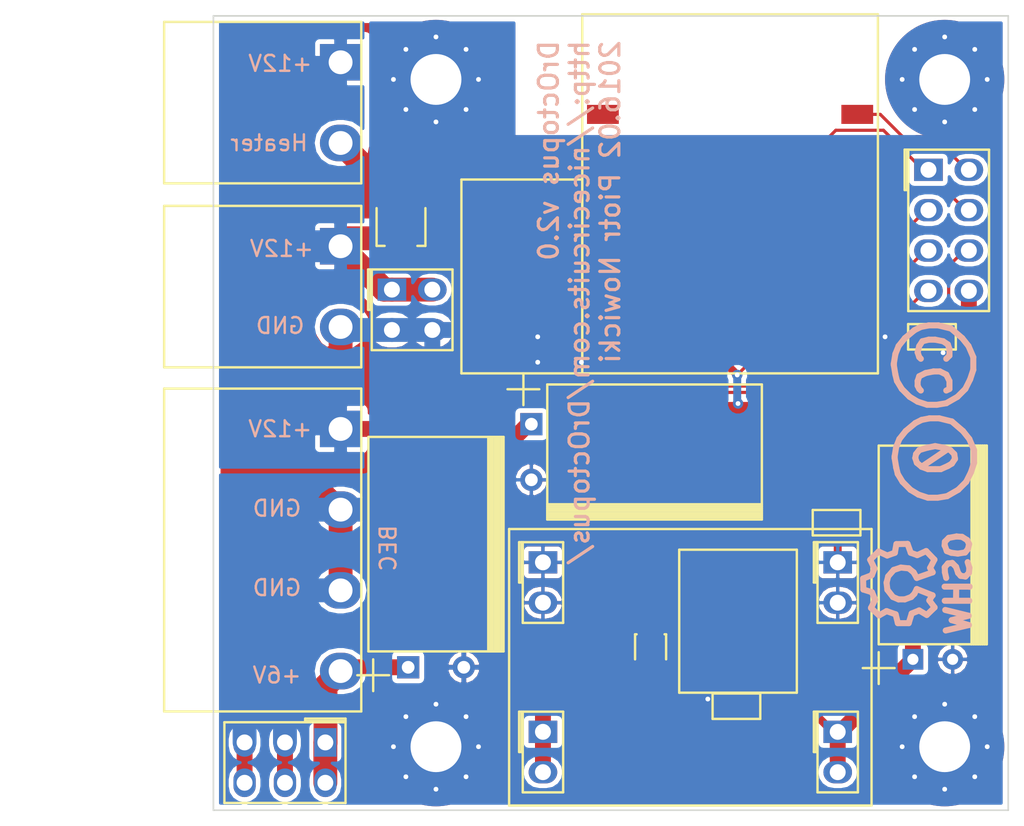
<source format=kicad_pcb>
(kicad_pcb (version 4) (host pcbnew 4.0.0-rc1-stable)
  (layers (0 F.Cu signal) (31 B.Cu signal) (34 B.Paste user hide) (35 F.Paste user hide) (36 B.SilkS user) (37 F.SilkS user) (38 B.Mask user) (39 F.Mask user) (44 Edge.Cuts user))
  (net 0 "")
  (net 1 +5V)
  (net 2 GND)
  (net 3 +6V)
  (net 4 +12V)
  (net 5 +3V3)
  (net 6 /B2B_therm6_sig)
  (net 7 HEATER_OUT)
  (net 8 B2B_esp_en)
  (net 9 B2B_ESP_TxD)
  (net 10 B2B_esp_boot)
  (net 11 B2B_ESP_RxD)
  (net 12 B2B_heater_cmd)
  (module 0603_N (layer F.Cu) (at 95.2 70.2)
    (fp_text reference C6)
    (fp_text value 100n)
    (pad 1 smd rect (at -0.725 0) (size 1 0.95) (layers F.Cu F.Paste F.Mask) (net 6 /B2B_therm6_sig))
    (pad 2 smd rect (at 0.725 0) (size 1 0.95) (layers F.Cu F.Paste F.Mask) (net 2 GND))
  )
  (module niceModules:DcDcDsun3A_5.08N (layer F.Cu) (at 80 91)
    (fp_text reference U1)
    (fp_text value DcDcDsun3A)
    (pad 1 thru_hole rect (at -9.271 4.064) (size 1.8 1.4) (drill 1) (layers *.Cu *.Mask) (net 4 +12V))
    (pad 1 thru_hole oval (at -9.271 6.604) (size 1.8 1.4) (drill 1) (layers *.Cu *.Mask) (net 4 +12V))
    (pad 2 thru_hole rect (at -9.271 -6.604) (size 1.8 1.4) (drill 1) (layers *.Cu *.Mask) (net 2 GND))
    (pad 2 thru_hole oval (at -9.271 -4.064) (size 1.8 1.4) (drill 1) (layers *.Cu *.Mask) (net 2 GND))
    (pad 3 thru_hole rect (at 9.271 4.064) (size 1.8 1.4) (drill 1) (layers *.Cu *.Mask) (net 1 +5V))
    (pad 3 thru_hole oval (at 9.271 6.604) (size 1.8 1.4) (drill 1) (layers *.Cu *.Mask) (net 1 +5V))
    (pad 2 thru_hole rect (at 9.271 -6.604) (size 1.8 1.4) (drill 1) (layers *.Cu *.Mask) (net 2 GND))
    (pad 2 thru_hole oval (at 9.271 -4.064) (size 1.8 1.4) (drill 1) (layers *.Cu *.Mask) (net 2 GND))
  )
  (module 0603_N (layer F.Cu) (at 82.9 93.45 180)
    (fp_text reference C4)
    (fp_text value 100n)
    (pad 1 smd rect (at -0.725 0 180) (size 1 0.95) (layers F.Cu F.Paste F.Mask) (net 1 +5V))
    (pad 2 smd rect (at 0.725 0 180) (size 1 0.95) (layers F.Cu F.Paste F.Mask) (net 2 GND))
  )
  (module Tantal_A_N (layer F.Cu) (at 77.5 90.5 270)
    (fp_text reference C5)
    (fp_text value 22u/6V3)
    (pad 1 smd rect (at -1.1 0 270) (size 1.5 1.25) (layers F.Cu F.Paste F.Mask) (net 5 +3V3))
    (pad 2 smd rect (at 1.1 0 270) (size 1.5 1.25) (layers F.Cu F.Paste F.Mask) (net 2 GND))
  )
  (module PIN-2x3_N (layer F.Cu) (at 54.5 97 270)
    (fp_text reference CON3 hide)
    (fp_text value PIN-2x3 hide)
    (pad 1 thru_hole rect (at -1.27 -2.54 270) (size 1.8 1.4) (drill 1) (layers *.Cu *.Mask) (net 3 +6V))
    (pad 2 thru_hole oval (at 1.27 -2.54 270) (size 1.8 1.4) (drill 1) (layers *.Cu *.Mask) (net 3 +6V))
    (pad 3 thru_hole oval (at -1.27 0 270) (size 1.8 1.4) (drill 1) (layers *.Cu *.Mask) (net 2 GND))
    (pad 4 thru_hole oval (at 1.27 0 270) (size 1.8 1.4) (drill 1) (layers *.Cu *.Mask) (net 2 GND))
    (pad 5 thru_hole oval (at -1.27 2.54 270) (size 1.8 1.4) (drill 1) (layers *.Cu *.Mask) (net 2 GND))
    (pad 6 thru_hole oval (at 1.27 2.54 270) (size 1.8 1.4) (drill 1) (layers *.Cu *.Mask) (net 2 GND))
  )
  (module SMA_N (layer F.Cu) (at 61.8 62.1 90)
    (fp_text reference D1)
    (fp_text value SS14)
    (pad 1 smd rect (at -1.9 0 90) (size 2.1 1.55) (layers F.Cu F.Paste F.Mask) (net 4 +12V))
    (pad 2 smd rect (at 1.9 0 90) (size 2.1 1.55) (layers F.Cu F.Paste F.Mask) (net 7 HEATER_OUT))
  )
  (module nut_M3_DIN985 (layer F.Cu) (at 96 54)
    (fp_text reference MECH1)
    (fp_text value nut)
  )
  (module nut_M3_DIN985 (layer F.Cu) (at 64 54)
    (fp_text reference MECH2)
    (fp_text value nut)
  )
  (module nut_M3_DIN985 (layer F.Cu) (at 64 96)
    (fp_text reference MECH3)
    (fp_text value nut)
  )
  (module nut_M3_DIN985 (layer F.Cu) (at 96 96)
    (fp_text reference MECH4)
    (fp_text value nut)
  )
  (module spacer_M3x5+6 (layer B.Cu) (at 96 96)
    (fp_text reference MECH5)
    (fp_text value spacer_M3x5+6)
  )
  (module spacer_M3x5+6 (layer B.Cu) (at 96 54)
    (fp_text reference MECH6)
    (fp_text value spacer_M3x5+6)
  )
  (module spacer_M3x5+6 (layer B.Cu) (at 64 96)
    (fp_text reference MECH7)
    (fp_text value spacer_M3x5+6)
  )
  (module spacer_M3x5+6 (layer B.Cu) (at 64 54)
    (fp_text reference MECH8)
    (fp_text value spacer_M3x5+6)
  )
  (module mounting_hole_3.2_7.5_plated_vias (layer F.Cu) (at 64 96)
    (fp_text reference MH1)
    (fp_text value "Mounting hole")
    (pad 1 thru_hole circle (at 0 0) (size 7.5 7.5) (drill 3.2) (layers *.Cu *.Mask) (net 2 GND))
    (pad 1 thru_hole circle (at 2.675 0) (size 0.65 0.65) (drill 0.3) (layers *.Cu *.Mask) (net 2 GND))
    (pad 1 thru_hole circle (at 1.892 -1.892) (size 0.65 0.65) (drill 0.3) (layers *.Cu *.Mask) (net 2 GND))
    (pad 1 thru_hole circle (at 0 -2.675) (size 0.65 0.65) (drill 0.3) (layers *.Cu *.Mask) (net 2 GND))
    (pad 1 thru_hole circle (at -1.892 -1.892) (size 0.65 0.65) (drill 0.3) (layers *.Cu *.Mask) (net 2 GND))
    (pad 1 thru_hole circle (at -2.675 0) (size 0.65 0.65) (drill 0.3) (layers *.Cu *.Mask) (net 2 GND))
    (pad 1 thru_hole circle (at -1.892 1.892) (size 0.65 0.65) (drill 0.3) (layers *.Cu *.Mask) (net 2 GND))
    (pad 1 thru_hole circle (at 0 2.675) (size 0.65 0.65) (drill 0.3) (layers *.Cu *.Mask) (net 2 GND))
    (pad 1 thru_hole circle (at 1.892 1.892) (size 0.65 0.65) (drill 0.3) (layers *.Cu *.Mask) (net 2 GND))
  )
  (module mounting_hole_3.2_7.5_plated_vias (layer F.Cu) (at 64 54)
    (fp_text reference MH2)
    (fp_text value "Mounting hole")
    (pad 1 thru_hole circle (at 0 0) (size 7.5 7.5) (drill 3.2) (layers *.Cu *.Mask) (net 2 GND))
    (pad 1 thru_hole circle (at 2.675 0) (size 0.65 0.65) (drill 0.3) (layers *.Cu *.Mask) (net 2 GND))
    (pad 1 thru_hole circle (at 1.892 -1.892) (size 0.65 0.65) (drill 0.3) (layers *.Cu *.Mask) (net 2 GND))
    (pad 1 thru_hole circle (at 0 -2.675) (size 0.65 0.65) (drill 0.3) (layers *.Cu *.Mask) (net 2 GND))
    (pad 1 thru_hole circle (at -1.892 -1.892) (size 0.65 0.65) (drill 0.3) (layers *.Cu *.Mask) (net 2 GND))
    (pad 1 thru_hole circle (at -2.675 0) (size 0.65 0.65) (drill 0.3) (layers *.Cu *.Mask) (net 2 GND))
    (pad 1 thru_hole circle (at -1.892 1.892) (size 0.65 0.65) (drill 0.3) (layers *.Cu *.Mask) (net 2 GND))
    (pad 1 thru_hole circle (at 0 2.675) (size 0.65 0.65) (drill 0.3) (layers *.Cu *.Mask) (net 2 GND))
    (pad 1 thru_hole circle (at 1.892 1.892) (size 0.65 0.65) (drill 0.3) (layers *.Cu *.Mask) (net 2 GND))
  )
  (module mounting_hole_3.2_7.5_plated_vias (layer F.Cu) (at 96 96)
    (fp_text reference MH3)
    (fp_text value "Mounting hole")
    (pad 1 thru_hole circle (at 0 0) (size 7.5 7.5) (drill 3.2) (layers *.Cu *.Mask) (net 2 GND))
    (pad 1 thru_hole circle (at 2.675 0) (size 0.65 0.65) (drill 0.3) (layers *.Cu *.Mask) (net 2 GND))
    (pad 1 thru_hole circle (at 1.892 -1.892) (size 0.65 0.65) (drill 0.3) (layers *.Cu *.Mask) (net 2 GND))
    (pad 1 thru_hole circle (at 0 -2.675) (size 0.65 0.65) (drill 0.3) (layers *.Cu *.Mask) (net 2 GND))
    (pad 1 thru_hole circle (at -1.892 -1.892) (size 0.65 0.65) (drill 0.3) (layers *.Cu *.Mask) (net 2 GND))
    (pad 1 thru_hole circle (at -2.675 0) (size 0.65 0.65) (drill 0.3) (layers *.Cu *.Mask) (net 2 GND))
    (pad 1 thru_hole circle (at -1.892 1.892) (size 0.65 0.65) (drill 0.3) (layers *.Cu *.Mask) (net 2 GND))
    (pad 1 thru_hole circle (at 0 2.675) (size 0.65 0.65) (drill 0.3) (layers *.Cu *.Mask) (net 2 GND))
    (pad 1 thru_hole circle (at 1.892 1.892) (size 0.65 0.65) (drill 0.3) (layers *.Cu *.Mask) (net 2 GND))
  )
  (module mounting_hole_3.2_7.5_plated_vias (layer F.Cu) (at 96 54)
    (fp_text reference MH4)
    (fp_text value "Mounting hole")
    (pad 1 thru_hole circle (at 0 0) (size 7.5 7.5) (drill 3.2) (layers *.Cu *.Mask) (net 2 GND))
    (pad 1 thru_hole circle (at 2.675 0) (size 0.65 0.65) (drill 0.3) (layers *.Cu *.Mask) (net 2 GND))
    (pad 1 thru_hole circle (at 1.892 -1.892) (size 0.65 0.65) (drill 0.3) (layers *.Cu *.Mask) (net 2 GND))
    (pad 1 thru_hole circle (at 0 -2.675) (size 0.65 0.65) (drill 0.3) (layers *.Cu *.Mask) (net 2 GND))
    (pad 1 thru_hole circle (at -1.892 -1.892) (size 0.65 0.65) (drill 0.3) (layers *.Cu *.Mask) (net 2 GND))
    (pad 1 thru_hole circle (at -2.675 0) (size 0.65 0.65) (drill 0.3) (layers *.Cu *.Mask) (net 2 GND))
    (pad 1 thru_hole circle (at -1.892 1.892) (size 0.65 0.65) (drill 0.3) (layers *.Cu *.Mask) (net 2 GND))
    (pad 1 thru_hole circle (at 0 2.675) (size 0.65 0.65) (drill 0.3) (layers *.Cu *.Mask) (net 2 GND))
    (pad 1 thru_hole circle (at 1.892 1.892) (size 0.65 0.65) (drill 0.3) (layers *.Cu *.Mask) (net 2 GND))
  )
  (module D-PAK_N (layer F.Cu) (at 69.4 65.9)
    (fp_text reference U4)
    (fp_text value BTS142D)
    (pad 2 smd rect (at 0 -1.8) (size 7 7) (layers F.Cu F.Paste F.Mask) (net 7 HEATER_OUT))
    (pad 1 smd rect (at -2.3 5.1) (size 1.5 2.5) (layers F.Cu F.Paste F.Mask) (net 12 B2B_heater_cmd))
    (pad 3 smd rect (at 2.3 5.1) (size 1.5 2.5) (layers F.Cu F.Paste F.Mask) (net 2 GND))
  )
  (module SOT223_N (layer F.Cu) (at 83 88.1)
    (fp_text reference U2)
    (fp_text value AMS1117-3.3)
    (pad 2 smd rect (at 0 -3.1) (size 3.7 2.2) (layers F.Cu F.Paste F.Mask) (net 5 +3V3))
    (pad 1 smd rect (at -2.3 3.1) (size 1.4 2.2) (layers F.Cu F.Paste F.Mask) (net 2 GND))
    (pad 2 smd rect (at 0 3.1) (size 1.4 2.2) (layers F.Cu F.Paste F.Mask) (net 5 +3V3))
    (pad 3 smd rect (at 2.3 3.1) (size 1.4 2.2) (layers F.Cu F.Paste F.Mask) (net 1 +5V))
  )
  (module ESP-07_N (layer F.Cu) (at 82.5 61.2 90)
    (fp_text reference U3)
    (fp_text value ESP-07)
    (pad 1 smd rect (at -9 8 90) (size 1.2 2) (layers F.Cu F.Paste F.Mask) (net 2 GND))
    (pad 2 smd rect (at -7 8 90) (size 1.2 2) (layers F.Cu F.Paste F.Mask) (net 10 B2B_esp_boot))
    (pad 3 smd rect (at -5 8 90) (size 1.2 2) (layers F.Cu F.Paste F.Mask) (net 5 +3V3))
    (pad 4 smd rect (at -3 8 90) (size 1.2 2) (layers F.Cu F.Paste F.Mask))
    (pad 5 smd rect (at -1 8 90) (size 1.2 2) (layers F.Cu F.Paste F.Mask))
    (pad 6 smd rect (at 1 8 90) (size 1.2 2) (layers F.Cu F.Paste F.Mask))
    (pad 7 smd rect (at 3 8 90) (size 1.2 2) (layers F.Cu F.Paste F.Mask) (net 11 B2B_ESP_RxD))
    (pad 8 smd rect (at 5 8 90) (size 1.2 2) (layers F.Cu F.Paste F.Mask) (net 9 B2B_ESP_TxD))
    (pad 9 smd rect (at 5 -8 270) (size 1.2 2) (layers F.Cu F.Paste F.Mask))
    (pad 10 smd rect (at 3 -8 270) (size 1.2 2) (layers F.Cu F.Paste F.Mask))
    (pad 11 smd rect (at 1 -8 270) (size 1.2 2) (layers F.Cu F.Paste F.Mask) (net 8 B2B_esp_en))
    (pad 12 smd rect (at -1 -8 270) (size 1.2 2) (layers F.Cu F.Paste F.Mask))
    (pad 13 smd rect (at -3 -8 270) (size 1.2 2) (layers F.Cu F.Paste F.Mask))
    (pad 14 smd rect (at -5 -8 270) (size 1.2 2) (layers F.Cu F.Paste F.Mask))
    (pad 15 smd rect (at -7 -8 270) (size 1.2 2) (layers F.Cu F.Paste F.Mask))
    (pad 16 smd rect (at -9 -8 270) (size 1.2 2) (layers F.Cu F.Paste F.Mask) (net 5 +3V3))
  )
  (module niceRLC:Cpol_8.0_12.0_HR_N (layer F.Cu) (at 64 91)
    (fp_text reference C2)
    (fp_text value 470u/16V)
    (pad 1 thru_hole rect (at -1.75 0) (size 1.4 1.4) (drill 0.8) (layers *.Cu *.Mask) (net 3 +6V))
    (pad 2 thru_hole oval (at 1.75 0) (size 1.4 1.4) (drill 0.8) (layers *.Cu *.Mask) (net 2 GND))
  )
  (module niceRLC:Cpol_8.0_12.0_HR_N (layer F.Cu) (at 70 77.45 270)
    (fp_text reference C1)
    (fp_text value 470u/16V)
    (pad 1 thru_hole rect (at -1.75 0 270) (size 1.4 1.4) (drill 0.8) (layers *.Cu *.Mask) (net 4 +12V))
    (pad 2 thru_hole oval (at 1.75 0 270) (size 1.4 1.4) (drill 0.8) (layers *.Cu *.Mask) (net 2 GND))
  )
  (module niceRLC:Cpol_6.3_11.0_HR_N (layer F.Cu) (at 95.25 90.5)
    (fp_text reference C3)
    (fp_text value 100u/25V)
    (pad 1 thru_hole rect (at -1.25 0) (size 1.3 1.3) (drill 0.7) (layers *.Cu *.Mask) (net 1 +5V))
    (pad 2 thru_hole oval (at 1.25 0) (size 1.3 1.3) (drill 0.7) (layers *.Cu *.Mask) (net 2 GND))
  )
  (module PIN-2x2_N (layer F.Cu) (at 62.5 68.5)
    (fp_text reference CON5 hide)
    (fp_text value PIN-2x2 hide)
    (pad 1 thru_hole rect (at -1.27 -1.27) (size 1.8 1.4) (drill 1) (layers *.Cu *.Mask) (net 4 +12V))
    (pad 2 thru_hole oval (at 1.27 -1.27) (size 1.8 1.4) (drill 1) (layers *.Cu *.Mask) (net 4 +12V))
    (pad 3 thru_hole oval (at -1.27 1.27) (size 1.8 1.4) (drill 1) (layers *.Cu *.Mask) (net 2 GND) (thermal_gap 0.5))
    (pad 4 thru_hole oval (at 1.27 1.27) (size 1.8 1.4) (drill 1) (layers *.Cu *.Mask) (net 2 GND) (thermal_gap 0.5))
  )
  (module nicePinheaders:PIN-2x4_N (layer F.Cu) (at 96.25 63.5)
    (fp_text reference CON6 hide)
    (fp_text value PIN-2x4 hide)
    (pad 1 thru_hole rect (at -1.27 -3.81) (size 1.8 1.4) (drill 1) (layers *.Cu *.Mask) (net 8 B2B_esp_en))
    (pad 2 thru_hole oval (at 1.27 -3.81) (size 1.8 1.4) (drill 1) (layers *.Cu *.Mask) (net 9 B2B_ESP_TxD))
    (pad 3 thru_hole oval (at -1.27 -1.27) (size 1.8 1.4) (drill 1) (layers *.Cu *.Mask) (net 10 B2B_esp_boot))
    (pad 4 thru_hole oval (at 1.27 -1.27) (size 1.8 1.4) (drill 1) (layers *.Cu *.Mask) (net 11 B2B_ESP_RxD))
    (pad 5 thru_hole oval (at -1.27 1.27) (size 1.8 1.4) (drill 1) (layers *.Cu *.Mask) (net 12 B2B_heater_cmd))
    (pad 6 thru_hole oval (at 1.27 1.27) (size 1.8 1.4) (drill 1) (layers *.Cu *.Mask) (net 6 /B2B_therm6_sig))
    (pad 7 thru_hole oval (at -1.27 3.81) (size 1.8 1.4) (drill 1) (layers *.Cu *.Mask) (net 7 HEATER_OUT))
    (pad 8 thru_hole oval (at 1.27 3.81) (size 1.8 1.4) (drill 1) (layers *.Cu *.Mask) (net 1 +5V))
  )
  (module 0603_N (layer F.Cu) (at 89.2 81.9 180)
    (fp_text reference Th1)
    (fp_text value "10k NTC")
    (pad 1 smd rect (at -0.725 0 180) (size 1 0.95) (layers F.Cu F.Paste F.Mask) (net 2 GND))
    (pad 2 smd rect (at 0.725 0 180) (size 1 0.95) (layers F.Cu F.Paste F.Mask) (net 6 /B2B_therm6_sig))
  )
  (module EDG-5.08mm-2_N (layer F.Cu) (at 58 67.04)
    (fp_text reference CON1 hide)
    (fp_text value +12V (at -3.7 -2.39) (layer B.SilkS) (effects (font (thickness 0.152)) (justify mirror)))
    (pad 1 thru_hole rect (at 0 -2.54) (size 2.6 2.3) (drill 1.5) (layers *.Cu *.Mask) (net 4 +12V))
    (pad 2 thru_hole oval (at 0 2.54) (size 2.6 2.3) (drill 1.5) (layers *.Cu *.Mask) (net 2 GND))
  )
  (module EDG-5.08mm-4_N (layer F.Cu) (at 58 83.62)
    (fp_text reference CON2 hide)
    (fp_text value BEC (at 3 -0.12 90) (layer B.SilkS) (effects (font (thickness 0.152)) (justify mirror)))
    (pad 1 thru_hole rect (at 0 -7.62) (size 2.6 2.3) (drill 1.5) (layers *.Cu *.Mask) (net 4 +12V))
    (pad 2 thru_hole oval (at 0 -2.54) (size 2.6 2.3) (drill 1.5) (layers *.Cu *.Mask) (net 2 GND))
    (pad 3 thru_hole oval (at 0 2.54) (size 2.6 2.3) (drill 1.5) (layers *.Cu *.Mask) (net 2 GND))
    (pad 4 thru_hole oval (at 0 7.62) (size 2.6 2.3) (drill 1.5) (layers *.Cu *.Mask) (net 3 +6V))
  )
  (module EDG-5.08mm-2_N (layer F.Cu) (at 58 55.46)
    (fp_text reference CON4 hide)
    (fp_text value Heater (at -4.5 2.54 180) (layer B.SilkS) (effects (font (thickness 0.152)) (justify mirror)))
    (pad 1 thru_hole rect (at 0 -2.54) (size 2.6 2.3) (drill 1.5) (layers *.Cu *.Mask) (net 4 +12V))
    (pad 2 thru_hole oval (at 0 2.54) (size 2.6 2.3) (drill 1.5) (layers *.Cu *.Mask) (net 7 HEATER_OUT))
  )
  (module symbols:Symbol_CreativeCommonsPublicDomain_SilkScreenTop_SmallMinimum (layer B.Cu) (at 95.25 74.93 270)
    (fp_text reference Sym hide)
    (fp_text value Symbol_CreativeCommonsPublicDomain_SilkScreenTop_Small hide)
  )
  (module symbols:Symbol_OSHW-Logo_SilkScreen (layer B.Cu) (at 93.345 85.725 270)
    (fp_text reference SYM hide)
    (fp_text value Symbol_OSHW-Logo_SilkScreen_07Jul2012 hide)
  )
  (gr_text "DrOctopus v2.0\nhttp://nicecircuits.com/DrOctopus/\n2016.02 Piotr Nowicki" (at 73.025 51.435 90) (layer B.SilkS) (effects (font (size 1.2 1.2) (thickness 0.2)) (justify left mirror)))
  (gr_text +6V (at 54 91.5) (layer B.SilkS) (effects (font (size 1 1) (thickness 0.152)) (justify mirror)))
  (gr_text +12V (at 54.2 76) (layer B.SilkS) (effects (font (size 1 1) (thickness 0.152)) (justify mirror)))
  (gr_text GND (at 54 86) (layer B.SilkS) (effects (font (size 1 1) (thickness 0.152)) (justify mirror)))
  (gr_text GND (at 54 81) (layer B.SilkS) (effects (font (size 1 1) (thickness 0.152)) (justify mirror)))
  (gr_text +12V (at 54.2 53) (layer B.SilkS) (effects (font (size 1 1) (thickness 0.152)) (justify mirror)))
  (gr_text GND (at 54.2 69.5) (layer B.SilkS) (effects (font (size 1 1) (thickness 0.152)) (justify mirror)))
  (gr_line (start 50 100) (end 50 50) (layer Edge.Cuts) (width 0.1))
  (gr_line (start 100 100) (end 50 100) (layer Edge.Cuts) (width 0.1))
  (gr_line (start 100 50) (end 100 100) (layer Edge.Cuts) (width 0.1))
  (gr_line (start 50 50) (end 100 50) (angle 90) (layer Edge.Cuts) (width 0.1))
  (segment (start 94 90.5) (end 94 79.7) (width 1) (layer F.Cu) (net 1))
  (segment (start 94 79.7) (end 97.52 76.18) (width 1) (layer F.Cu) (net 1))
  (segment (start 97.52 76.18) (end 97.52 69.422478) (width 1) (layer F.Cu) (net 1))
  (segment (start 97.52 69.422478) (end 97.52 67.31) (width 1) (layer F.Cu) (net 1))
  (segment (start 89.271 95.064) (end 89.436 95.064) (width 1) (layer F.Cu) (net 1))
  (segment (start 89.436 95.064) (end 94 90.5) (width 1) (layer F.Cu) (net 1))
  (segment (start 89.271 97.604) (end 89.271 95.064) (width 1) (layer F.Cu) (net 1))
  (segment (start 83.625 93.45) (end 83.625 93.375) (width 0.3) (layer F.Cu) (net 1))
  (segment (start 83.625 93.375) (end 85.3 91.7) (width 0.3) (layer F.Cu) (net 1))
  (segment (start 85.3 91.7) (end 85.3 91.2) (width 0.3) (layer F.Cu) (net 1))
  (segment (start 85.3 91.2) (end 85.3 91.4) (width 0.5) (layer F.Cu) (net 1))
  (segment (start 85.3 91.4) (end 88.964 95.064) (width 0.5) (layer F.Cu) (net 1))
  (segment (start 88.964 95.064) (end 89.271 95.064) (width 0.5) (layer F.Cu) (net 1))
  (segment (start 95.925 70.2) (end 95.925 71.175) (width 0.2) (layer F.Cu) (net 2))
  (segment (start 95.925 71.175) (end 95.9 71.2) (width 0.2) (layer F.Cu) (net 2))
  (via (at 95.9 71.2) (size 0.65) (drill 0.3) (layers F.Cu B.Cu) (net 2))
  (segment (start 89.7 83.1) (end 89.925 82.875) (width 0.5) (layer F.Cu) (net 2))
  (segment (start 89.367 83.1) (end 89.7 83.1) (width 0.5) (layer F.Cu) (net 2))
  (segment (start 89.271 83.196) (end 89.367 83.1) (width 0.5) (layer F.Cu) (net 2))
  (segment (start 89.925 82.875) (end 89.925 81.9) (width 0.5) (layer F.Cu) (net 2))
  (segment (start 89.271 84.396) (end 89.271 83.196) (width 0.5) (layer F.Cu) (net 2))
  (segment (start 55 89.01) (end 55 88.309294) (width 1) (layer F.Cu) (net 2))
  (segment (start 51.96 95.73) (end 51.96 93.83) (width 1) (layer F.Cu) (net 2))
  (segment (start 55 88.309294) (end 55 78.23) (width 1) (layer F.Cu) (net 2))
  (segment (start 51.96 93.83) (end 55 90.79) (width 1) (layer F.Cu) (net 2))
  (segment (start 55 90.79) (end 55 88.309294) (width 1) (layer F.Cu) (net 2))
  (segment (start 51.96 98.27) (end 51.96 95.73) (width 1) (layer F.Cu) (net 2))
  (segment (start 54.5 95.73) (end 54.5 89.51) (width 1) (layer F.Cu) (net 2))
  (segment (start 54.5 89.51) (end 55 89.01) (width 1) (layer F.Cu) (net 2))
  (segment (start 54.5 98.27) (end 54.5 95.73) (width 1) (layer F.Cu) (net 2))
  (segment (start 58 81.08) (end 58 86.16) (width 1.5) (layer F.Cu) (net 2))
  (segment (start 55 74) (end 55 78.23) (width 1.5) (layer F.Cu) (net 2))
  (segment (start 55 78.23) (end 57.85 81.08) (width 1.5) (layer F.Cu) (net 2))
  (segment (start 57.85 81.08) (end 58 81.08) (width 1.5) (layer F.Cu) (net 2))
  (segment (start 57.5 71.5) (end 55 74) (width 1.5) (layer F.Cu) (net 2))
  (segment (start 58 71.5) (end 57.5 71.5) (width 1.5) (layer F.Cu) (net 2))
  (segment (start 58 69.58) (end 58 71.5) (width 1.5) (layer F.Cu) (net 2))
  (segment (start 63.77 69.77) (end 65.77 69.77) (width 1) (layer B.Cu) (net 2))
  (segment (start 63.77 69.77) (end 63.77 71.47) (width 1) (layer B.Cu) (net 2))
  (segment (start 63.77 71.47) (end 63.8 71.5) (width 1) (layer B.Cu) (net 2))
  (segment (start 71.7 71) (end 71.7 71.75) (width 1) (layer F.Cu) (net 2))
  (segment (start 71.7 71.75) (end 71.75 71.75) (width 1) (layer F.Cu) (net 2))
  (segment (start 71.75 71.75) (end 71.7 71.8) (width 1) (layer F.Cu) (net 2))
  (segment (start 71.7 71.8) (end 73.15 71.8) (width 1) (layer F.Cu) (net 2))
  (via (at 73.15 71.8) (size 0.65) (drill 0.3) (layers F.Cu B.Cu) (net 2))
  (segment (start 71.7 71.75) (end 71.75 71.8) (width 1) (layer F.Cu) (net 2))
  (segment (start 71.75 71.8) (end 70.4 71.8) (width 1) (layer F.Cu) (net 2))
  (via (at 70.4 71.8) (size 0.65) (drill 0.3) (layers F.Cu B.Cu) (net 2))
  (segment (start 71.7 71) (end 71.7 70.25) (width 1) (layer F.Cu) (net 2))
  (segment (start 71.7 70.25) (end 71.65 70.2) (width 1) (layer F.Cu) (net 2))
  (segment (start 71.65 70.2) (end 70.4 70.2) (width 1) (layer F.Cu) (net 2))
  (via (at 70.4 70.2) (size 0.65) (drill 0.3) (layers F.Cu B.Cu) (net 2))
  (segment (start 61.23 81.02) (end 61.17 81.08) (width 1.5) (layer B.Cu) (net 2))
  (segment (start 61.17 81.08) (end 58 81.08) (width 1.5) (layer B.Cu) (net 2))
  (segment (start 54.5 85.946592) (end 54.5 87.899301) (width 1.5) (layer B.Cu) (net 2))
  (segment (start 54.5 87.899301) (end 54.5 95.73) (width 1.5) (layer B.Cu) (net 2))
  (segment (start 51.96 95.73) (end 51.96 93.33) (width 1.5) (layer B.Cu) (net 2))
  (segment (start 51.96 93.33) (end 54.5 90.79) (width 1.5) (layer B.Cu) (net 2))
  (segment (start 54.5 90.79) (end 54.5 87.899301) (width 1.5) (layer B.Cu) (net 2))
  (segment (start 58 81.08) (end 54.62 81.08) (width 1.5) (layer B.Cu) (net 2))
  (segment (start 54.62 81.08) (end 54.5 81.2) (width 1.5) (layer B.Cu) (net 2))
  (segment (start 54.5 81.2) (end 54.5 85.946592) (width 1.5) (layer B.Cu) (net 2))
  (segment (start 58 86.16) (end 54.713408 86.16) (width 1.5) (layer B.Cu) (net 2))
  (segment (start 54.713408 86.16) (end 54.5 85.946592) (width 1.5) (layer B.Cu) (net 2))
  (segment (start 61.23 69.77) (end 58.19 69.77) (width 1.5) (layer B.Cu) (net 2))
  (segment (start 58.19 69.77) (end 58 69.58) (width 1.5) (layer B.Cu) (net 2))
  (segment (start 63.77 69.77) (end 61.23 69.77) (width 1.5) (layer B.Cu) (net 2))
  (segment (start 77.5 91.6) (end 80.3 91.6) (width 0.3) (layer F.Cu) (net 2))
  (segment (start 80.3 91.6) (end 80.7 91.2) (width 0.3) (layer F.Cu) (net 2))
  (segment (start 82.175 93.45) (end 82.175 93.325) (width 0.3) (layer F.Cu) (net 2))
  (segment (start 82.175 93.325) (end 82 93.15) (width 0.3) (layer F.Cu) (net 2))
  (segment (start 82 93.15) (end 81.25 93.15) (width 0.3) (layer F.Cu) (net 2))
  (segment (start 81.25 93.15) (end 81.1 93) (width 0.3) (layer F.Cu) (net 2))
  (segment (start 80.7 91.2) (end 80.7 92.6) (width 0.3) (layer F.Cu) (net 2))
  (segment (start 80.7 92.6) (end 81.1 93) (width 0.3) (layer F.Cu) (net 2))
  (via (at 81.1 93) (size 0.65) (drill 0.3) (layers F.Cu B.Cu) (net 2))
  (segment (start 90.5 70.2) (end 92.25 70.2) (width 0.5) (layer F.Cu) (net 2))
  (via (at 92.25 70.2) (size 0.65) (drill 0.3) (layers F.Cu B.Cu) (net 2))
  (segment (start 65.875 55.875) (end 64 54) (width 0.2) (layer F.Cu) (net 2))
  (segment (start 61.73 51.73) (end 64 54) (width 0.2) (layer B.Cu) (net 2))
  (segment (start 64 54) (end 61.3 54) (width 0.2) (layer B.Cu) (net 2))
  (segment (start 64 54) (end 62.108 55.892) (width 0.5) (layer B.Cu) (net 2))
  (segment (start 64 54) (end 64 56.675) (width 0.5) (layer B.Cu) (net 2))
  (segment (start 64 54) (end 62.108 52.108) (width 0.5) (layer B.Cu) (net 2))
  (segment (start 64 54) (end 64 51.325) (width 0.5) (layer B.Cu) (net 2))
  (segment (start 64 54) (end 65.892 52.108) (width 0.5) (layer B.Cu) (net 2))
  (segment (start 64 54) (end 66.675 54) (width 0.5) (layer B.Cu) (net 2))
  (segment (start 58 91.24) (end 57.05 92.19) (width 1.5) (layer F.Cu) (net 3))
  (segment (start 57.05 92.19) (end 57.05 95.72) (width 1.5) (layer F.Cu) (net 3))
  (segment (start 57.05 95.72) (end 57.04 95.73) (width 1.5) (layer F.Cu) (net 3))
  (segment (start 62.25 91) (end 58.24 91) (width 1) (layer F.Cu) (net 3))
  (segment (start 58.24 91) (end 58 91.24) (width 1.5) (layer F.Cu) (net 3))
  (segment (start 57.04 95.73) (end 57.04 98.27) (width 1.5) (layer F.Cu) (net 3))
  (segment (start 70 75.7) (end 69.8 75.7) (width 1) (layer F.Cu) (net 4))
  (segment (start 69.8 75.7) (end 68 77.5) (width 1) (layer F.Cu) (net 4))
  (segment (start 68 77.5) (end 68 77.75) (width 1) (layer F.Cu) (net 4))
  (segment (start 58 76) (end 66.25 76) (width 1) (layer F.Cu) (net 4))
  (segment (start 66.25 76) (end 68 77.75) (width 1) (layer F.Cu) (net 4))
  (segment (start 70.729 95.064) (end 70.729 93.364) (width 1) (layer F.Cu) (net 4))
  (segment (start 70.729 93.364) (end 68 90.635) (width 1) (layer F.Cu) (net 4))
  (segment (start 68 90.635) (end 68 77.75) (width 1) (layer F.Cu) (net 4))
  (segment (start 70.729 97.604) (end 70.729 95.064) (width 1) (layer F.Cu) (net 4))
  (segment (start 61.8 64) (end 58.5 64) (width 1.5) (layer F.Cu) (net 4))
  (segment (start 58.5 64) (end 58 64.5) (width 1.5) (layer F.Cu) (net 4))
  (segment (start 61.23 67.23) (end 60.73 67.23) (width 1.5) (layer F.Cu) (net 4))
  (segment (start 60.73 67.23) (end 58 64.5) (width 1.5) (layer F.Cu) (net 4))
  (segment (start 63.77 67.23) (end 61.23 67.23) (width 1.5) (layer F.Cu) (net 4))
  (segment (start 54.7 72.85) (end 54.7 64.160521) (width 2) (layer B.Cu) (net 4))
  (segment (start 54.7 64.160521) (end 54.7 56.07) (width 2) (layer B.Cu) (net 4))
  (segment (start 58 64.5) (end 55.039479 64.5) (width 2) (layer B.Cu) (net 4))
  (segment (start 55.039479 64.5) (end 54.7 64.160521) (width 2) (layer B.Cu) (net 4))
  (segment (start 58 76) (end 57.85 76) (width 2) (layer B.Cu) (net 4))
  (segment (start 57.85 76) (end 54.7 72.85) (width 2) (layer B.Cu) (net 4))
  (segment (start 54.7 56.07) (end 57.85 52.92) (width 2) (layer B.Cu) (net 4))
  (segment (start 57.85 52.92) (end 58 52.92) (width 2) (layer B.Cu) (net 4))
  (segment (start 82.95 74.35) (end 83 74.4) (width 0.5) (layer B.Cu) (net 5))
  (segment (start 82.95 72.6) (end 82.95 74.35) (width 0.5) (layer B.Cu) (net 5))
  (segment (start 83 85) (end 83 74.4) (width 0.5) (layer F.Cu) (net 5))
  (via (at 83 74.4) (size 0.65) (drill 0.3) (layers F.Cu B.Cu) (net 5))
  (segment (start 83 85) (end 83 74.85241) (width 1) (layer F.Cu) (net 5))
  (segment (start 83 74.85241) (end 82.95 74.80241) (width 1) (layer F.Cu) (net 5))
  (segment (start 83 91.2) (end 83 85) (width 1) (layer F.Cu) (net 5))
  (segment (start 82.95 72.6) (end 89.35 66.2) (width 0.2) (layer F.Cu) (net 5))
  (segment (start 89.35 66.2) (end 90.5 66.2) (width 0.2) (layer F.Cu) (net 5))
  (segment (start 82.95 72.6) (end 80.55 70.2) (width 0.5) (layer F.Cu) (net 5))
  (segment (start 80.55 70.2) (end 74.5 70.2) (width 0.5) (layer F.Cu) (net 5))
  (via (at 82.95 72.6) (size 0.65) (drill 0.3) (layers F.Cu B.Cu) (net 5))
  (segment (start 83 89.4) (end 83 85) (width 0.5) (layer F.Cu) (net 5))
  (segment (start 83 91.2) (end 83 89.4) (width 0.5) (layer F.Cu) (net 5))
  (segment (start 77.5 89.4) (end 83 89.4) (width 0.3) (layer F.Cu) (net 5))
  (segment (start 94.475 70.2) (end 94.475 71.425) (width 0.2) (layer F.Cu) (net 6))
  (segment (start 94.475 71.425) (end 88.475 77.425) (width 0.2) (layer F.Cu) (net 6))
  (segment (start 88.475 77.425) (end 88.475 81.9) (width 0.2) (layer F.Cu) (net 6))
  (segment (start 95.633542 68.466458) (end 96.25 67.85) (width 0.2) (layer F.Cu) (net 6))
  (segment (start 96.25 67.574039) (end 96.25 65.75) (width 0.2) (layer F.Cu) (net 6))
  (segment (start 96.25 67.85) (end 96.25 67.574039) (width 0.2) (layer F.Cu) (net 6))
  (segment (start 95.633542 68.466458) (end 94.475 69.625) (width 0.2) (layer F.Cu) (net 6))
  (segment (start 94.475 69.625) (end 94.475 70.2) (width 0.2) (layer F.Cu) (net 6))
  (segment (start 96.25 65.75) (end 97.23 64.77) (width 0.2) (layer F.Cu) (net 6))
  (segment (start 97.23 64.77) (end 97.52 64.77) (width 0.2) (layer F.Cu) (net 6))
  (segment (start 92.990186 72.159814) (end 91.45 73.7) (width 0.2) (layer F.Cu) (net 7))
  (segment (start 91.45 73.7) (end 67 73.7) (width 0.2) (layer F.Cu) (net 7))
  (segment (start 67 73.7) (end 65.7 72.4) (width 0.2) (layer F.Cu) (net 7))
  (segment (start 65.7 72.4) (end 65.7 67.8) (width 0.2) (layer F.Cu) (net 7))
  (segment (start 65.7 67.8) (end 69.4 64.1) (width 0.2) (layer F.Cu) (net 7))
  (segment (start 61.8 60.2) (end 65.5 60.2) (width 1.5) (layer F.Cu) (net 7))
  (segment (start 65.5 60.2) (end 69.4 64.1) (width 1.5) (layer F.Cu) (net 7))
  (segment (start 61.8 60.2) (end 60.2 60.2) (width 1.5) (layer F.Cu) (net 7))
  (segment (start 60.2 60.2) (end 58 58) (width 1.5) (layer F.Cu) (net 7))
  (segment (start 92.990186 72.159814) (end 92.9 72.25) (width 0.2) (layer F.Cu) (net 7))
  (segment (start 93.6 71.55) (end 92.990186 72.159814) (width 0.2) (layer F.Cu) (net 7))
  (segment (start 93.6 68.49) (end 93.6 71.55) (width 0.2) (layer F.Cu) (net 7))
  (segment (start 94.98 67.31) (end 94.78 67.31) (width 0.2) (layer F.Cu) (net 7))
  (segment (start 94.78 67.31) (end 93.6 68.49) (width 0.2) (layer F.Cu) (net 7))
  (segment (start 94.98 59.69) (end 94.64 59.69) (width 0.2) (layer F.Cu) (net 8))
  (segment (start 94.64 59.69) (end 92.15 57.2) (width 0.2) (layer F.Cu) (net 8))
  (segment (start 92.15 57.2) (end 89.15 57.2) (width 0.2) (layer F.Cu) (net 8))
  (segment (start 89.15 57.2) (end 86.15 60.2) (width 0.2) (layer F.Cu) (net 8))
  (segment (start 86.15 60.2) (end 74.5 60.2) (width 0.2) (layer F.Cu) (net 8))
  (segment (start 97.52 59.69) (end 97.39 59.69) (width 0.2) (layer F.Cu) (net 9))
  (segment (start 97.39 59.69) (end 96.15 58.45) (width 0.2) (layer F.Cu) (net 9))
  (segment (start 96.15 58.45) (end 94.2 58.45) (width 0.2) (layer F.Cu) (net 9))
  (segment (start 91.95 56.2) (end 90.5 56.2) (width 0.2) (layer F.Cu) (net 9))
  (segment (start 94.2 58.45) (end 91.95 56.2) (width 0.2) (layer F.Cu) (net 9))
  (segment (start 94.98 62.23) (end 94.82 62.23) (width 0.2) (layer F.Cu) (net 10))
  (segment (start 94.82 62.23) (end 92.55 64.5) (width 0.2) (layer F.Cu) (net 10))
  (segment (start 92.55 64.5) (end 92.55 66.55) (width 0.2) (layer F.Cu) (net 10))
  (segment (start 92.55 66.55) (end 90.9 68.2) (width 0.2) (layer F.Cu) (net 10))
  (segment (start 90.9 68.2) (end 90.5 68.2) (width 0.2) (layer F.Cu) (net 10))
  (segment (start 90.9 58.2) (end 90.5 58.2) (width 0.2) (layer F.Cu) (net 11))
  (segment (start 96.04 60.95) (end 93.65 60.95) (width 0.2) (layer F.Cu) (net 11))
  (segment (start 93.65 60.95) (end 90.9 58.2) (width 0.2) (layer F.Cu) (net 11))
  (segment (start 97.32 62.23) (end 96.04 60.95) (width 0.2) (layer F.Cu) (net 11))
  (segment (start 97.52 62.23) (end 97.32 62.23) (width 0.2) (layer F.Cu) (net 11))
  (segment (start 94.98 64.77) (end 94.78 64.77) (width 0.2) (layer F.Cu) (net 12))
  (segment (start 94.78 64.77) (end 93 66.55) (width 0.2) (layer F.Cu) (net 12))
  (segment (start 93 66.55) (end 93 71.3) (width 0.2) (layer F.Cu) (net 12))
  (segment (start 93 71.3) (end 91 73.3) (width 0.2) (layer F.Cu) (net 12))
  (segment (start 91 73.3) (end 68.9 73.3) (width 0.2) (layer F.Cu) (net 12))
  (segment (start 68.9 73.3) (end 67.1 71.5) (width 0.2) (layer F.Cu) (net 12))
  (segment (start 67.1 71.5) (end 67.1 71) (width 0.2) (layer F.Cu) (net 12))
  (zone (net 4) (net_name +12V) (layer B.Cu) (priority 1) (connect_pads (clearance 0.3)) (min_thickness 0.2) (fill yes (arc_segments 16) (thermal_gap 0.3) (thermal_bridge_width 0.8))
    (polygon (pts (xy 59.5 78.5) (xy 48 78.5) (xy 48 49) (xy 59.5 49)))
  )
  (zone (net 2) (net_name GND) (layer B.Cu) (connect_pads (clearance 0.3)) (min_thickness 0.2) (fill yes (arc_segments 16) (thermal_gap 0.3) (thermal_bridge_width 0.21))
    (polygon (pts (xy 48 49) (xy 69 49) (xy 69 57.5) (xy 96 57.5) (xy 96 49) (xy 101 49) (xy 101 101) (xy 48 101)))
  )
  (zone (net 2) (net_name GND) (layer F.Cu) (connect_pads (clearance 0.4)) (min_thickness 0.2) (fill yes (arc_segments 16) (thermal_gap 0.3) (thermal_bridge_width 0.21))
    (polygon (pts (xy 49 49) (xy 69 49) (xy 69 57.5) (xy 96 57.5) (xy 96 49) (xy 101 49) (xy 101 101) (xy 49 101)))
  )
  (zone (net 7) (net_name HEATER_OUT) (layer F.Cu) (priority 2) (connect_pads (clearance 0.5)) (min_thickness 0.2) (fill yes (arc_segments 16) (thermal_gap 0.5) (thermal_bridge_width 0.3))
    (polygon (pts (xy 49.5 69.5) (xy 49.5 51.5) (xy 59.5 51.5) (xy 59.5 58.2) (xy 73 58.2) (xy 73 69.5)))
  )
  (zone (net 5) (net_name +3V3) (layer F.Cu) (priority 2) (connect_pads (clearance 0.5)) (min_thickness 0.2) (fill yes (arc_segments 16) (thermal_gap 0.5) (thermal_bridge_width 0.3))
    (polygon (pts (xy 87.5 74.2) (xy 87.5 90) (xy 79 90) (xy 79 74.2)))
  )
)
</source>
